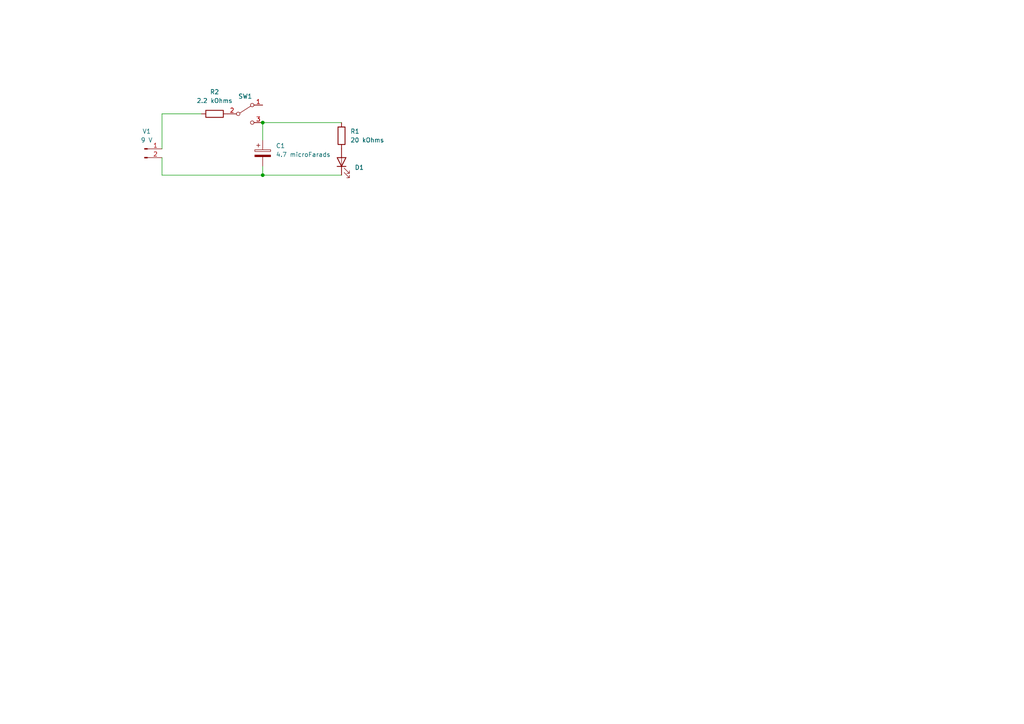
<source format=kicad_sch>
(kicad_sch (version 20211123) (generator eeschema)
  (paper "A4")
  (lib_symbols
    (symbol "Connector:Conn_01x02_Male" (pin_names (offset 1.016) hide)
      (property "Reference" "J" (at 0 2.54 0))
      (property "Value" "Conn_01x02_Male" (at 0 -5.08 0))
      (symbol "Conn_01x02_Male_1_1"
        (polyline (pts (xy 1.27 -2.54) (xy 0.8636 -2.54)) (stroke (width 0.1524)))
        (polyline (pts (xy 1.27 0) (xy 0.8636 0)) (stroke (width 0.1524)))
        (rectangle (start 0.8636 -2.413) (end 0 -2.667) (stroke (width 0.1524)) (fill (type outline)))
        (rectangle (start 0.8636 0.127) (end 0 -0.127) (stroke (width 0.1524)) (fill (type outline)))
        (pin passive line (at 5.08 0 180) (length 3.81) (name "Pin_1") (number "1"))
        (pin passive line (at 5.08 -2.54 180) (length 3.81) (name "Pin_2") (number "2"))
      )
    )
    (symbol "Device:C_Polarized" (pin_numbers hide) (pin_names (offset 0.254))
      (property "Reference" "C" (at 0.635 2.54 0))
      (property "Value" "C_Polarized" (at 0.635 -2.54 0))
      (symbol "C_Polarized_0_1"
        (rectangle (start -2.286 0.508) (end 2.286 1.016))
        (polyline (pts (xy -1.778 2.286) (xy -0.762 2.286)))
        (polyline (pts (xy -1.27 2.794) (xy -1.27 1.778)))
        (rectangle (start 2.286 -0.508) (end -2.286 -1.016) (fill (type outline)))
      )
      (symbol "C_Polarized_1_1"
        (pin passive line (at 0 3.81 270) (length 2.794) (name "~") (number "1"))
        (pin passive line (at 0 -3.81 90) (length 2.794) (name "~") (number "2"))
      )
    )
    (symbol "Device:LED" (pin_numbers hide) (pin_names (offset 1.016) hide)
      (property "Reference" "D" (at 0 2.54 0))
      (property "Value" "LED" (at 0 -2.54 0))
      (symbol "LED_0_1"
        (polyline (pts (xy -1.27 -1.27) (xy -1.27 1.27)) (stroke (width 0.254)))
        (polyline (pts (xy -1.27 0) (xy 1.27 0)))
        (polyline (pts (xy 1.27 -1.27) (xy 1.27 1.27) (xy -1.27 0) (xy 1.27 -1.27)) (stroke (width 0.254)))
        (polyline (pts (xy -3.048 -0.762) (xy -4.572 -2.286) (xy -3.81 -2.286) (xy -4.572 -2.286) (xy -4.572 -1.524)))
        (polyline (pts (xy -1.778 -0.762) (xy -3.302 -2.286) (xy -2.54 -2.286) (xy -3.302 -2.286) (xy -3.302 -1.524)))
      )
      (symbol "LED_1_1"
        (pin passive line (at -3.81 0 0) (length 2.54) (name "K") (number "1"))
        (pin passive line (at 3.81 0 180) (length 2.54) (name "A") (number "2"))
      )
    )
    (symbol "Device:R" (pin_numbers hide) (pin_names (offset 0))
      (property "Reference" "R" (at 2.032 0 90))
      (property "Value" "R" (at 0 0 90))
      (symbol "R_0_1"
        (rectangle (start -1.016 -2.54) (end 1.016 2.54) (stroke (width 0.254)))
      )
      (symbol "R_1_1"
        (pin passive line (at 0 3.81 270) (length 1.27) (name "~") (number "1"))
        (pin passive line (at 0 -3.81 90) (length 1.27) (name "~") (number "2"))
      )
    )
    (symbol "Switch:SW_SPDT" (pin_names (offset 0) hide)
      (property "Reference" "SW" (at 0 4.318 0))
      (property "Value" "SW_SPDT" (at 0 -5.08 0))
      (symbol "SW_SPDT_0_0"
        (circle (center -2.032 0) (radius 0.508))
        (circle (center 2.032 -2.54) (radius 0.508))
      )
      (symbol "SW_SPDT_0_1"
        (polyline (pts (xy -1.524 0.254) (xy 1.651 2.286)))
        (circle (center 2.032 2.54) (radius 0.508))
      )
      (symbol "SW_SPDT_1_1"
        (pin passive line (at 5.08 2.54 180) (length 2.54) (name "A") (number "1"))
        (pin passive line (at -5.08 0 0) (length 2.54) (name "B") (number "2"))
        (pin passive line (at 5.08 -2.54 180) (length 2.54) (name "C") (number "3"))
      )
    )
  )
  (junction (at 76.2 50.8))
  (junction (at 76.2 35.56))
  (wire (pts (xy 46.99 50.8) (xy 46.99 45.72)))
  (wire (pts (xy 76.2 35.56) (xy 76.2 40.64)))
  (wire (pts (xy 99.06 50.8) (xy 76.2 50.8)))
  (wire (pts (xy 46.99 33.02) (xy 58.42 33.02)))
  (wire (pts (xy 76.2 50.8) (xy 46.99 50.8)))
  (wire (pts (xy 46.99 43.18) (xy 46.99 33.02)))
  (wire (pts (xy 76.2 35.56) (xy 99.06 35.56)))
  (wire (pts (xy 76.2 48.26) (xy 76.2 50.8)))
  (symbol (lib_id "Device:R") (at 99.06 39.37 0) (unit 1)
    (property "Reference" "R1" (at 101.6 38.0999 0) (effects (justify left)))
    (property "Value" "20 kOhms" (at 101.6 40.6399 0) (effects (justify left)))
  )
  (symbol (lib_id "Device:C_Polarized") (at 76.2 44.45 0) (unit 1)
    (property "Reference" "C1" (at 80.01 42.2909 0) (effects (justify left)))
    (property "Value" "4.7 microFarads" (at 80.01 44.8309 0) (effects (justify left)))
  )
  (symbol (lib_id "Device:R") (at 62.23 33.02 90) (unit 1)
    (property "Reference" "R2" (at 62.23 26.67 90))
    (property "Value" "2.2 kOhms" (at 62.23 29.21 90))
  )
  (symbol (lib_id "Switch:SW_SPDT") (at 71.12 33.02 0) (unit 1)
    (property "Reference" "SW1" (effects hide))
    (property "Value" "SW1" (at 71.12 27.94 0))
  )
  (symbol (lib_id "Device:LED") (at 99.06 46.99 90) (unit 1)
    (property "Reference" "D1" (at 102.87 48.5774 90) (effects (justify right)))
    (property "Value" "LED" (effects hide))
  )
  (symbol (lib_id "Connector:Conn_01x02_Male") (at 41.91 43.18 0) (unit 1)
    (property "Reference" "V1" (at 42.545 38.1 0))
    (property "Value" "9 V" (at 42.545 40.64 0))
  )
)
</source>
